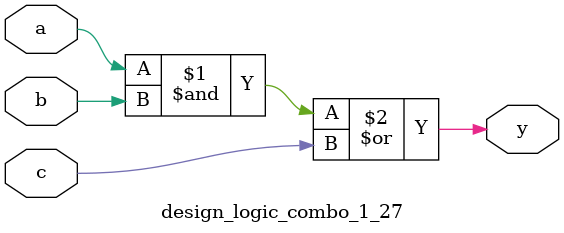
<source format=sv>
module design_logic_combo_1_27(input logic a,b,c, output logic y);
  assign y = (a & b) | c;
endmodule

</source>
